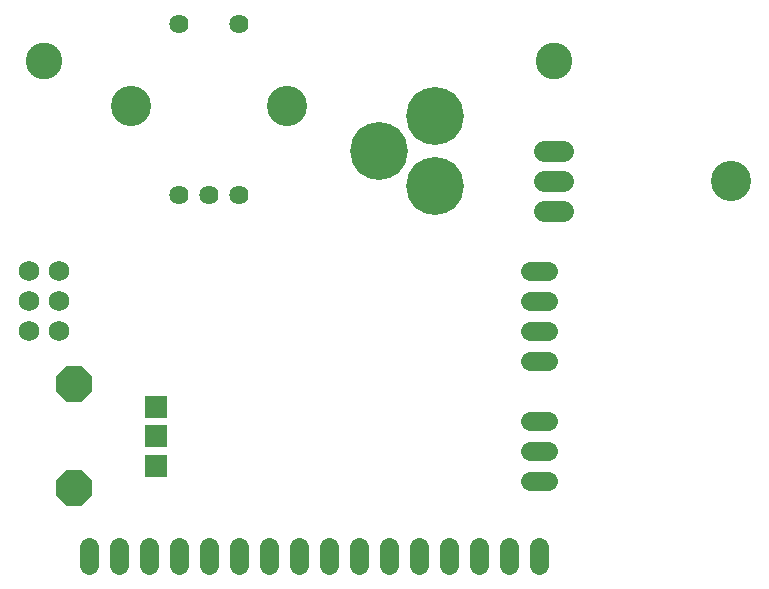
<source format=gbs>
G04 EAGLE Gerber RS-274X export*
G75*
%MOMM*%
%FSLAX34Y34*%
%LPD*%
%INSoldermask Bottom*%
%IPPOS*%
%AMOC8*
5,1,8,0,0,1.08239X$1,22.5*%
G01*
%ADD10C,4.901600*%
%ADD11C,1.625600*%
%ADD12C,1.778000*%
%ADD13C,3.403600*%
%ADD14C,1.727200*%
%ADD15C,1.625600*%
%ADD16R,1.981200X1.981200*%
%ADD17P,3.357141X8X22.500000*%
%ADD18C,3.101600*%


D10*
X436600Y381600D03*
X483600Y351600D03*
X483600Y410600D03*
D11*
X563880Y203200D02*
X579120Y203200D01*
X579120Y228600D02*
X563880Y228600D01*
X563880Y254000D02*
X579120Y254000D01*
X579120Y279400D02*
X563880Y279400D01*
D12*
X575818Y381000D02*
X592582Y381000D01*
X592582Y355600D02*
X575818Y355600D01*
X575818Y330200D02*
X592582Y330200D01*
D13*
X734060Y355600D03*
D14*
X139700Y254000D03*
X165100Y254000D03*
X165100Y279400D03*
X139700Y279400D03*
X139700Y228600D03*
X165100Y228600D03*
D11*
X190500Y45720D02*
X190500Y30480D01*
X215900Y30480D02*
X215900Y45720D01*
X241300Y45720D02*
X241300Y30480D01*
X266700Y30480D02*
X266700Y45720D01*
X292100Y45720D02*
X292100Y30480D01*
X317500Y30480D02*
X317500Y45720D01*
X342900Y45720D02*
X342900Y30480D01*
X368300Y30480D02*
X368300Y45720D01*
X393700Y45720D02*
X393700Y30480D01*
X419100Y30480D02*
X419100Y45720D01*
X444500Y45720D02*
X444500Y30480D01*
X469900Y30480D02*
X469900Y45720D01*
X495300Y45720D02*
X495300Y30480D01*
X520700Y30480D02*
X520700Y45720D01*
X546100Y45720D02*
X546100Y30480D01*
X571500Y30480D02*
X571500Y45720D01*
D15*
X292100Y344170D03*
X317500Y488950D03*
D13*
X358140Y419100D03*
X226060Y419100D03*
D15*
X266700Y488950D03*
X317500Y344170D03*
X266700Y344170D03*
D11*
X563880Y101600D02*
X579120Y101600D01*
X579120Y127000D02*
X563880Y127000D01*
X563880Y152400D02*
X579120Y152400D01*
D16*
X247800Y114700D03*
X247800Y139700D03*
X247800Y164700D03*
D17*
X177800Y95700D03*
X177800Y183700D03*
D18*
X152400Y457200D03*
X584200Y457200D03*
M02*

</source>
